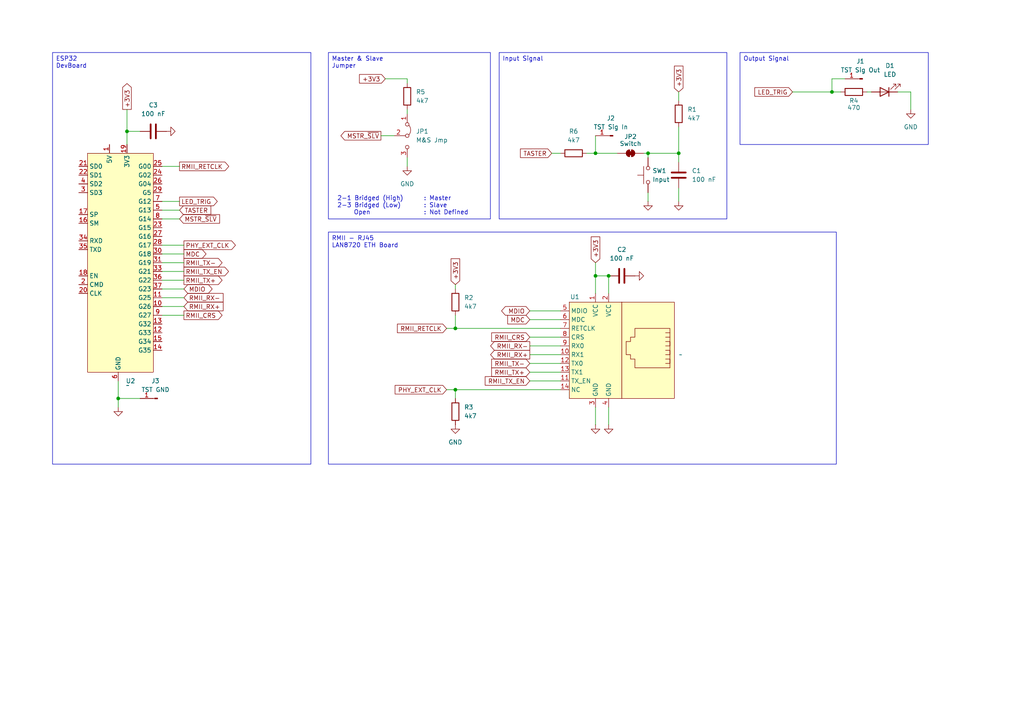
<source format=kicad_sch>
(kicad_sch (version 20250114) (generator "eeschema") (generator_version "9.0")
  (paper "A4")
  (title_block (title "ETH Latenz Messungen mittels ESP32") (date "2025-03-11") (rev "2") (comment 1 "Felix Schmidt") (comment 2 "Latenzanalyse in der Ethernetkommunikation") (comment 3 "Praxisprojekt"))
  (lib_symbols
    (symbol "Connector:Conn_01x01_Pin" (pin_names (offset 1.016) (hide yes))
      (property "Reference" "J" (at 0 2.54 0))
      (property "Value" "Conn_01x01_Pin" (at 0 -2.54 0))
      (symbol "Conn_01x01_Pin_1_1"
        (rectangle (start 0.8636 0.127) (end 0 -0.127) (stroke (width 0.1524)) (fill (type outline)))
        (polyline (pts (xy 1.27 0) (xy 0.8636 0)) (stroke (width 0.1524)))
        (pin passive line (at 5.08 0 180) (length 3.81) (name "Pin_1") (number "1"))
      )
    )
    (symbol "Device:C" (pin_numbers (hide yes)) (pin_names (offset 0.254))
      (property "Reference" "C" (at 0.635 2.54 0))
      (property "Value" "C" (at 0.635 -2.54 0))
      (symbol "C_0_1"
        (polyline (pts (xy -2.032 0.762) (xy 2.032 0.762)) (stroke (width 0.508)))
        (polyline (pts (xy -2.032 -0.762) (xy 2.032 -0.762)) (stroke (width 0.508)))
      )
      (symbol "C_1_1"
        (pin passive line (at 0 3.81 270) (length 2.794) (name "~") (number "1"))
        (pin passive line (at 0 -3.81 90) (length 2.794) (name "~") (number "2"))
      )
    )
    (symbol "Device:LED" (pin_numbers (hide yes)) (pin_names (offset 1.016) (hide yes))
      (property "Reference" "D" (at 0 2.54 0))
      (property "Value" "LED" (at 0 -2.54 0))
      (symbol "LED_0_1"
        (polyline (pts (xy -3.048 -0.762) (xy -4.572 -2.286) (xy -3.81 -2.286) (xy -4.572 -2.286) (xy -4.572 -1.524)))
        (polyline (pts (xy -1.778 -0.762) (xy -3.302 -2.286) (xy -2.54 -2.286) (xy -3.302 -2.286) (xy -3.302 -1.524)))
        (polyline (pts (xy -1.27 0) (xy 1.27 0)))
        (polyline (pts (xy -1.27 -1.27) (xy -1.27 1.27)) (stroke (width 0.254)))
        (polyline (pts (xy 1.27 -1.27) (xy 1.27 1.27) (xy -1.27 0) (xy 1.27 -1.27)) (stroke (width 0.254)))
      )
      (symbol "LED_1_1"
        (pin passive line (at -3.81 0 0) (length 2.54) (name "K") (number "1"))
        (pin passive line (at 3.81 0 180) (length 2.54) (name "A") (number "2"))
      )
    )
    (symbol "Device:R" (pin_numbers (hide yes)) (pin_names (offset 0))
      (property "Reference" "R" (at 2.032 0 90))
      (property "Value" "R" (at 0 0 90))
      (symbol "R_0_1"
        (rectangle (start -1.016 -2.54) (end 1.016 2.54) (stroke (width 0.254)))
      )
      (symbol "R_1_1"
        (pin passive line (at 0 3.81 270) (length 1.27) (name "~") (number "1"))
        (pin passive line (at 0 -3.81 90) (length 1.27) (name "~") (number "2"))
      )
    )
    (symbol "Jumper:Jumper_3_Bridged12" (pin_names (offset 0) (hide yes)) (exclude_from_sim yes) (in_bom no)
      (property "Reference" "JP" (at -2.54 -2.54 0))
      (property "Value" "Jumper_3_Bridged12" (at 0 2.794 0))
      (symbol "Jumper_3_Bridged12_0_0"
        (circle (center -3.302 0) (radius 0.508))
        (circle (center 0 0) (radius 0.508))
        (circle (center 3.302 0) (radius 0.508))
      )
      (symbol "Jumper_3_Bridged12_0_1"
        (arc (start -3.048 0.508) (mid -1.651 0.9912) (end -0.254 0.508))
        (polyline (pts (xy 0 -1.27) (xy 0 -0.508)))
      )
      (symbol "Jumper_3_Bridged12_1_1"
        (pin passive line (at -6.35 0 0) (length 2.54) (name "A") (number "1"))
        (pin passive line (at 0 -3.81 90) (length 2.54) (name "C") (number "2"))
        (pin passive line (at 6.35 0 180) (length 2.54) (name "B") (number "3"))
      )
    )
    (symbol "Jumper:SolderJumper_2_Bridged" (pin_numbers (hide yes)) (pin_names (offset 0) (hide yes)) (exclude_from_sim yes) (in_bom no)
      (property "Reference" "JP" (at 0 2.032 0))
      (property "Value" "SolderJumper_2_Bridged" (at 0 -2.54 0))
      (symbol "SolderJumper_2_Bridged_0_1"
        (rectangle (start -0.508 0.508) (end 0.508 -0.508) (fill (type outline)))
        (polyline (pts (xy -0.254 1.016) (xy -0.254 -1.016)))
        (arc (start -0.254 -1.016) (mid -1.2656 0) (end -0.254 1.016))
        (arc (start -0.254 -1.016) (mid -1.2656 0) (end -0.254 1.016) (fill (type outline)))
        (arc (start 0.254 1.016) (mid 1.2656 0) (end 0.254 -1.016))
        (arc (start 0.254 1.016) (mid 1.2656 0) (end 0.254 -1.016) (fill (type outline)))
        (polyline (pts (xy 0.254 1.016) (xy 0.254 -1.016)))
      )
      (symbol "SolderJumper_2_Bridged_1_1"
        (pin passive line (at -3.81 0 0) (length 2.54) (name "A") (number "1"))
        (pin passive line (at 3.81 0 180) (length 2.54) (name "B") (number "2"))
      )
    )
    (symbol "New_Library:ESP32-WROOM"
      (property "Reference" "U" (at 7.874 0 0))
      (symbol "ESP32-WROOM_1_1"
        (rectangle (start -8.89 -1.27) (end 10.16 -64.77) (fill (type background)))
        (pin bidirectional line (at -11.43 -5.08 0) (length 2.54) (name "SD0") (number "21"))
        (pin bidirectional line (at -11.43 -7.62 0) (length 2.54) (name "SD1") (number "22"))
        (pin bidirectional line (at -11.43 -10.16 0) (length 2.54) (name "SD2") (number "4"))
        (pin bidirectional line (at -11.43 -12.7 0) (length 2.54) (name "SD3") (number "3"))
        (pin bidirectional line (at -11.43 -19.05 0) (length 2.54) (name "SP") (number "17"))
        (pin bidirectional line (at -11.43 -21.59 0) (length 2.54) (name "SM") (number "16"))
        (pin input line (at -11.43 -26.67 0) (length 2.54) (name "RXD") (number "34"))
        (pin output line (at -11.43 -29.21 0) (length 2.54) (name "TXD") (number "35"))
        (pin bidirectional line (at -11.43 -36.83 0) (length 2.54) (name "EN") (number "18"))
        (pin bidirectional line (at -11.43 -39.37 0) (length 2.54) (name "CMD") (number "2"))
        (pin input line (at -11.43 -41.91 0) (length 2.54) (name "CLK") (number "20"))
        (pin power_in line (at -2.54 1.27 270) (length 2.54) (name "5V") (number "1"))
        (pin bidirectional line (at 0 -67.31 90) (length 2.54) (name "GND") (number "6"))
        (pin power_out line (at 2.54 1.27 270) (length 2.54) (name "3V3") (number "19"))
        (pin bidirectional line (at 12.7 -5.08 180) (length 2.54) (name "G00") (number "25"))
        (pin bidirectional line (at 12.7 -7.62 180) (length 2.54) (name "G02") (number "24"))
        (pin bidirectional line (at 12.7 -10.16 180) (length 2.54) (name "G04") (number "26"))
        (pin bidirectional line (at 12.7 -12.7 180) (length 2.54) (name "G5") (number "29"))
        (pin bidirectional line (at 12.7 -15.24 180) (length 2.54) (name "G12") (number "7"))
        (pin bidirectional line (at 12.7 -17.78 180) (length 2.54) (name "G13") (number "5"))
        (pin bidirectional line (at 12.7 -20.32 180) (length 2.54) (name "G14") (number "8"))
        (pin bidirectional line (at 12.7 -22.86 180) (length 2.54) (name "G15") (number "23"))
        (pin bidirectional line (at 12.7 -25.4 180) (length 2.54) (name "G16") (number "27"))
        (pin bidirectional line (at 12.7 -27.94 180) (length 2.54) (name "G17") (number "28"))
        (pin bidirectional line (at 12.7 -30.48 180) (length 2.54) (name "G18") (number "30"))
        (pin bidirectional line (at 12.7 -33.02 180) (length 2.54) (name "G19") (number "31"))
        (pin bidirectional line (at 12.7 -35.56 180) (length 2.54) (name "G21") (number "33"))
        (pin bidirectional line (at 12.7 -38.1 180) (length 2.54) (name "G22") (number "36"))
        (pin bidirectional line (at 12.7 -40.64 180) (length 2.54) (name "G23") (number "37"))
        (pin bidirectional line (at 12.7 -43.18 180) (length 2.54) (name "G25") (number "11"))
        (pin bidirectional line (at 12.7 -45.72 180) (length 2.54) (name "G26") (number "10"))
        (pin bidirectional line (at 12.7 -48.26 180) (length 2.54) (name "G27") (number "9"))
        (pin bidirectional line (at 12.7 -50.8 180) (length 2.54) (name "G32") (number "13"))
        (pin bidirectional line (at 12.7 -53.34 180) (length 2.54) (name "G33") (number "12"))
        (pin bidirectional line (at 12.7 -55.88 180) (length 2.54) (name "G34") (number "15"))
        (pin bidirectional line (at 12.7 -58.42 180) (length 2.54) (name "G35") (number "14"))
        (pin bidirectional line (at 48.26 -33.02 180) (length 2.54) (hide yes) (name "GND") (number "32"))
        (pin bidirectional line (at 49.53 -41.91 180) (length 2.54) (hide yes) (name "GND") (number "38"))
      )
    )
    (symbol "New_Library:RMII-LAN"
      (property "Reference" "U1" (at 19.05 1.778 0))
      (property "Value" "~" (at 34.29 -15.24 0))
      (symbol "RMII-LAN_1_1"
        (rectangle (start 2.54 0) (end 17.78 -27.94) (fill (type background)))
        (rectangle (start 17.78 0) (end 33.02 -27.94) (fill (type background)))
        (polyline (pts (xy 19.05 -11.43) (xy 20.32 -11.43) (xy 20.32 -10.16) (xy 21.59 -10.16) (xy 21.59 -7.62) (xy 31.75 -7.62) (xy 31.75 -19.05)))
        (polyline (pts (xy 19.05 -13.97) (xy 19.05 -11.43) (xy 19.05 -15.24) (xy 20.32 -15.24) (xy 20.32 -16.51) (xy 21.59 -16.51) (xy 21.59 -19.05) (xy 31.75 -19.05)))
        (polyline (pts (xy 30.48 -11.43) (xy 31.75 -11.43) (xy 31.75 -12.7) (xy 30.48 -12.7)))
        (polyline (pts (xy 30.48 -13.97) (xy 31.75 -13.97) (xy 31.75 -15.24) (xy 30.48 -15.24)))
        (polyline (pts (xy 30.48 -16.51) (xy 31.75 -16.51) (xy 31.75 -17.78) (xy 30.48 -17.78)))
        (polyline (pts (xy 31.75 -8.89) (xy 30.48 -8.89)))
        (polyline (pts (xy 31.75 -10.16) (xy 30.48 -10.16)))
        (pin bidirectional line (at 0 -2.54 0) (length 2.54) (name "MDIO") (number "5"))
        (pin bidirectional line (at 0 -5.08 0) (length 2.54) (name "MDC") (number "6"))
        (pin bidirectional line (at 0 -7.62 0) (length 2.54) (name "RETCLK") (number "7"))
        (pin bidirectional line (at 0 -10.16 0) (length 2.54) (name "CRS") (number "8"))
        (pin output line (at 0 -12.7 0) (length 2.54) (name "RX0") (number "9"))
        (pin output line (at 0 -15.24 0) (length 2.54) (name "RX1") (number "10"))
        (pin input line (at 0 -17.78 0) (length 2.54) (name "TX0") (number "12"))
        (pin input line (at 0 -20.32 0) (length 2.54) (name "TX1") (number "13"))
        (pin input line (at 0 -22.86 0) (length 2.54) (name "TX_EN") (number "11"))
        (pin input line (at 0 -25.4 0) (length 2.54) (name "NC") (number "14"))
        (pin power_in line (at 10.16 2.54 270) (length 2.54) (name "VCC") (number "1"))
        (pin power_in line (at 10.16 -30.48 90) (length 2.54) (name "GND") (number "3"))
        (pin power_in line (at 13.97 2.54 270) (length 2.54) (name "VCC") (number "2"))
        (pin power_in line (at 13.97 -30.48 90) (length 2.54) (name "GND") (number "4"))
      )
    )
    (symbol "Switch:SW_Push" (pin_numbers (hide yes)) (pin_names (offset 1.016) (hide yes))
      (property "Reference" "SW" (at 1.27 2.54 0))
      (property "Value" "SW_Push" (at 0 -1.524 0))
      (symbol "SW_Push_0_1"
        (circle (center -2.032 0) (radius 0.508))
        (polyline (pts (xy 0 1.27) (xy 0 3.048)))
        (circle (center 2.032 0) (radius 0.508))
        (polyline (pts (xy 2.54 1.27) (xy -2.54 1.27)))
        (pin passive line (at -5.08 0 0) (length 2.54) (name "1") (number "1"))
        (pin passive line (at 5.08 0 180) (length 2.54) (name "2") (number "2"))
      )
    )
    (symbol "power:GND" (power) (pin_numbers (hide yes)) (pin_names (offset 0) (hide yes))
      (property "Value" "GND" (at 0 -3.81 0))
      (symbol "GND_0_1"
        (polyline (pts (xy 0 0) (xy 0 -1.27) (xy 1.27 -1.27) (xy 0 -2.54) (xy -1.27 -1.27) (xy 0 -1.27)))
      )
      (symbol "GND_1_1"
        (pin power_in line (at 0 0 270) (length 0) (name "~") (number "1"))
      )
    )
  )
  (text "2-1 Bridged (High)	: Master\n2-3 Bridged (Low) 	: Slave\n	Open			: Not Defined" (at 97.79 59.69 0) (effects (font (size 1.27 1.27)) (justify left)))
  (text_box "ESP32\nDevBoard\n" (at 15.24 15.24 0) (size 74.93 119.38) (margins 0.9525 0.9525 0.9525 0.9525) (effects (font (size 1.27 1.27)) (justify left top)))
  (text_box "Output Signal\n" (at 214.63 15.24 0) (size 54.61 26.67) (margins 0.9525 0.9525 0.9525 0.9525) (effects (font (size 1.27 1.27)) (justify left top)))
  (text_box "RMII - RJ45\nLAN8720 ETH Board" (at 95.25 67.31 0) (size 147.32 67.31) (margins 0.9525 0.9525 0.9525 0.9525) (effects (font (size 1.27 1.27)) (justify left top)))
  (text_box "Input Signal" (at 144.78 15.24 0) (size 66.04 48.26) (margins 0.9525 0.9525 0.9525 0.9525) (effects (font (size 1.27 1.27)) (justify left top)))
  (text_box "Master & Slave\nJumper" (at 95.25 15.24 0) (size 46.99 48.26) (margins 0.9525 0.9525 0.9525 0.9525) (effects (font (size 1.27 1.27)) (justify left top)))
  (junction (at 241.3 26.67))
  (junction (at 132.08 113.03))
  (junction (at 132.08 95.25))
  (junction (at 187.96 44.45))
  (junction (at 34.29 115.57))
  (junction (at 36.83 38.1))
  (junction (at 196.85 44.45))
  (junction (at 176.53 80.01))
  (junction (at 172.72 44.45))
  (junction (at 172.72 80.01))
  (wire (pts (xy 187.96 44.45) (xy 187.96 45.72)))
  (wire (pts (xy 187.96 44.45) (xy 196.85 44.45)))
  (wire (pts (xy 46.99 48.26) (xy 52.07 48.26)))
  (wire (pts (xy 153.67 100.33) (xy 162.56 100.33)))
  (wire (pts (xy 176.53 118.11) (xy 176.53 123.19)))
  (wire (pts (xy 34.29 110.49) (xy 34.29 115.57)))
  (wire (pts (xy 46.99 60.96) (xy 52.07 60.96)))
  (wire (pts (xy 46.99 63.5) (xy 52.07 63.5)))
  (wire (pts (xy 153.67 92.71) (xy 162.56 92.71)))
  (wire (pts (xy 129.54 95.25) (xy 132.08 95.25)))
  (wire (pts (xy 172.72 44.45) (xy 179.07 44.45)))
  (wire (pts (xy 34.29 115.57) (xy 34.29 118.11)))
  (wire (pts (xy 264.16 26.67) (xy 264.16 31.75)))
  (wire (pts (xy 172.72 80.01) (xy 176.53 80.01)))
  (wire (pts (xy 132.08 95.25) (xy 162.56 95.25)))
  (wire (pts (xy 129.54 113.03) (xy 132.08 113.03)))
  (wire (pts (xy 196.85 54.61) (xy 196.85 58.42)))
  (wire (pts (xy 132.08 113.03) (xy 132.08 115.57)))
  (wire (pts (xy 46.99 91.44) (xy 53.34 91.44)))
  (wire (pts (xy 46.99 86.36) (xy 53.34 86.36)))
  (wire (pts (xy 46.99 73.66) (xy 53.34 73.66)))
  (wire (pts (xy 46.99 71.12) (xy 53.34 71.12)))
  (wire (pts (xy 46.99 76.2) (xy 53.34 76.2)))
  (wire (pts (xy 172.72 39.37) (xy 172.72 44.45)))
  (wire (pts (xy 132.08 91.44) (xy 132.08 95.25)))
  (wire (pts (xy 110.49 39.37) (xy 114.3 39.37)))
  (wire (pts (xy 111.76 22.86) (xy 118.11 22.86)))
  (wire (pts (xy 118.11 31.75) (xy 118.11 33.02)))
  (wire (pts (xy 46.99 58.42) (xy 52.07 58.42)))
  (wire (pts (xy 186.69 44.45) (xy 187.96 44.45)))
  (wire (pts (xy 187.96 55.88) (xy 187.96 58.42)))
  (wire (pts (xy 153.67 102.87) (xy 162.56 102.87)))
  (wire (pts (xy 36.83 38.1) (xy 36.83 41.91)))
  (wire (pts (xy 172.72 80.01) (xy 172.72 85.09)))
  (wire (pts (xy 170.18 44.45) (xy 172.72 44.45)))
  (wire (pts (xy 241.3 22.86) (xy 241.3 26.67)))
  (wire (pts (xy 229.87 26.67) (xy 241.3 26.67)))
  (wire (pts (xy 241.3 26.67) (xy 243.84 26.67)))
  (wire (pts (xy 36.83 38.1) (xy 40.64 38.1)))
  (wire (pts (xy 153.67 90.17) (xy 162.56 90.17)))
  (wire (pts (xy 176.53 80.01) (xy 176.53 85.09)))
  (wire (pts (xy 260.35 26.67) (xy 264.16 26.67)))
  (wire (pts (xy 172.72 76.2) (xy 172.72 80.01)))
  (wire (pts (xy 196.85 44.45) (xy 196.85 46.99)))
  (wire (pts (xy 46.99 81.28) (xy 53.34 81.28)))
  (wire (pts (xy 172.72 118.11) (xy 172.72 123.19)))
  (wire (pts (xy 34.29 115.57) (xy 40.64 115.57)))
  (wire (pts (xy 118.11 22.86) (xy 118.11 24.13)))
  (wire (pts (xy 153.67 107.95) (xy 162.56 107.95)))
  (wire (pts (xy 46.99 88.9) (xy 53.34 88.9)))
  (wire (pts (xy 153.67 97.79) (xy 162.56 97.79)))
  (wire (pts (xy 46.99 83.82) (xy 53.34 83.82)))
  (wire (pts (xy 196.85 36.83) (xy 196.85 44.45)))
  (wire (pts (xy 196.85 26.67) (xy 196.85 29.21)))
  (wire (pts (xy 36.83 31.75) (xy 36.83 38.1)))
  (wire (pts (xy 132.08 82.55) (xy 132.08 83.82)))
  (wire (pts (xy 162.56 44.45) (xy 160.02 44.45)))
  (wire (pts (xy 153.67 110.49) (xy 162.56 110.49)))
  (wire (pts (xy 118.11 45.72) (xy 118.11 48.26)))
  (wire (pts (xy 46.99 78.74) (xy 53.34 78.74)))
  (wire (pts (xy 132.08 113.03) (xy 162.56 113.03)))
  (wire (pts (xy 241.3 22.86) (xy 245.11 22.86)))
  (wire (pts (xy 251.46 26.67) (xy 252.73 26.67)))
  (wire (pts (xy 153.67 105.41) (xy 162.56 105.41)))
  (global_label "RMII_RX+" (shape output) (at 153.67 102.87 180) (property "Intersheetrefs" "${INTERSHEET_REFS}" (effects (hide yes))))
  (global_label "RMII_RETCLK" (shape output) (at 52.07 48.26 0) (property "Intersheetrefs" "${INTERSHEET_REFS}" (effects (hide yes))))
  (global_label "RMII_TX_EN" (shape output) (at 53.34 78.74 0) (property "Intersheetrefs" "${INTERSHEET_REFS}" (effects (hide yes))))
  (global_label "+3V3" (shape input) (at 196.85 26.67 90) (property "Intersheetrefs" "${INTERSHEET_REFS}" (effects (hide yes))))
  (global_label "RMII_CRS" (shape output) (at 53.34 91.44 0) (property "Intersheetrefs" "${INTERSHEET_REFS}" (effects (hide yes))))
  (global_label "RMII_CRS" (shape input) (at 153.67 97.79 180) (property "Intersheetrefs" "${INTERSHEET_REFS}" (effects (hide yes))))
  (global_label "MDIO" (shape bidirectional) (at 53.34 83.82 0) (property "Intersheetrefs" "${INTERSHEET_REFS}" (effects (hide yes))))
  (global_label "MSTR_~{SLV}" (shape input) (at 52.07 63.5 0) (property "Intersheetrefs" "${INTERSHEET_REFS}" (effects (hide yes))))
  (global_label "LED_TRIG" (shape input) (at 229.87 26.67 180) (property "Intersheetrefs" "${INTERSHEET_REFS}" (effects (hide yes))))
  (global_label "RMII_TX-" (shape output) (at 53.34 76.2 0) (property "Intersheetrefs" "${INTERSHEET_REFS}" (effects (hide yes))))
  (global_label "MDC" (shape output) (at 53.34 73.66 0) (property "Intersheetrefs" "${INTERSHEET_REFS}" (effects (hide yes))))
  (global_label "RMII_RX-" (shape input) (at 53.34 86.36 0) (property "Intersheetrefs" "${INTERSHEET_REFS}" (effects (hide yes))))
  (global_label "RMII_RX-" (shape output) (at 153.67 100.33 180) (property "Intersheetrefs" "${INTERSHEET_REFS}" (effects (hide yes))))
  (global_label "RMII_RETCLK" (shape input) (at 129.54 95.25 180) (property "Intersheetrefs" "${INTERSHEET_REFS}" (effects (hide yes))))
  (global_label "RMII_TX+" (shape input) (at 153.67 107.95 180) (property "Intersheetrefs" "${INTERSHEET_REFS}" (effects (hide yes))))
  (global_label "TASTER" (shape input) (at 52.07 60.96 0) (property "Intersheetrefs" "${INTERSHEET_REFS}" (effects (hide yes))))
  (global_label "+3V3" (shape input) (at 172.72 76.2 90) (property "Intersheetrefs" "${INTERSHEET_REFS}" (effects (hide yes))))
  (global_label "MDIO" (shape bidirectional) (at 153.67 90.17 180) (property "Intersheetrefs" "${INTERSHEET_REFS}" (effects (hide yes))))
  (global_label "LED_TRIG" (shape output) (at 52.07 58.42 0) (property "Intersheetrefs" "${INTERSHEET_REFS}" (effects (hide yes))))
  (global_label "MSTR_~{SLV}" (shape output) (at 110.49 39.37 180) (property "Intersheetrefs" "${INTERSHEET_REFS}" (effects (hide yes))))
  (global_label "RMII_RX+" (shape input) (at 53.34 88.9 0) (property "Intersheetrefs" "${INTERSHEET_REFS}" (effects (hide yes))))
  (global_label "+3V3" (shape input) (at 111.76 22.86 180) (property "Intersheetrefs" "${INTERSHEET_REFS}" (effects (hide yes))))
  (global_label "MDC" (shape input) (at 153.67 92.71 180) (property "Intersheetrefs" "${INTERSHEET_REFS}" (effects (hide yes))))
  (global_label "+3V3" (shape input) (at 132.08 82.55 90) (property "Intersheetrefs" "${INTERSHEET_REFS}" (effects (hide yes))))
  (global_label "RMII_TX_EN" (shape input) (at 153.67 110.49 180) (property "Intersheetrefs" "${INTERSHEET_REFS}" (effects (hide yes))))
  (global_label "TASTER" (shape input) (at 160.02 44.45 180) (property "Intersheetrefs" "${INTERSHEET_REFS}" (effects (hide yes))))
  (global_label "PHY_EXT_CLK" (shape output) (at 53.34 71.12 0) (property "Intersheetrefs" "${INTERSHEET_REFS}" (effects (hide yes))))
  (global_label "RMII_TX+" (shape output) (at 53.34 81.28 0) (property "Intersheetrefs" "${INTERSHEET_REFS}" (effects (hide yes))))
  (global_label "PHY_EXT_CLK" (shape input) (at 129.54 113.03 180) (property "Intersheetrefs" "${INTERSHEET_REFS}" (effects (hide yes))))
  (global_label "+3V3" (shape output) (at 36.83 31.75 90) (property "Intersheetrefs" "${INTERSHEET_REFS}" (effects (hide yes))))
  (global_label "RMII_TX-" (shape input) (at 153.67 105.41 180) (property "Intersheetrefs" "${INTERSHEET_REFS}" (effects (hide yes))))
  (symbol (lib_id "power:GND") (at 176.53 123.19 0) (unit 1)
    (property "Reference" "#PWR08" (effects (hide yes)))
    (property "Value" "GND" (effects (hide yes)))
    (property "Description" "Power symbol creates a global label with name \"GND\" , ground" (effects (hide yes)))
  )
  (symbol (lib_id "Connector:Conn_01x01_Pin") (at 177.8 39.37 180) (unit 1)
    (property "Reference" "J2" (at 177.165 34.29 0))
    (property "Value" "TST Sig In" (at 177.165 36.83 0))
    (property "Footprint" "Connector_PinHeader_2.54mm:PinHeader_1x01_P2.54mm_Vertical" (effects (hide yes)))
    (property "Description" "Generic connector, single row, 01x01, script generated" (effects (hide yes)))
  )
  (symbol (lib_id "Connector:Conn_01x01_Pin") (at 45.72 115.57 180) (unit 1)
    (property "Reference" "J3" (at 45.085 110.49 0))
    (property "Value" "TST GND" (at 45.085 113.03 0))
    (property "Footprint" "Connector_PinHeader_2.54mm:PinHeader_1x01_P2.54mm_Vertical" (effects (hide yes)))
    (property "Description" "Generic connector, single row, 01x01, script generated" (effects (hide yes)))
  )
  (symbol (lib_id "Device:C") (at 44.45 38.1 90) (unit 1)
    (property "Reference" "C3" (at 44.45 30.48 90))
    (property "Value" "100 nF" (at 44.45 33.02 90))
    (property "Footprint" "Capacitor_SMD:C_0603_1608Metric" (effects (hide yes)))
    (property "Description" "Unpolarized capacitor" (effects (hide yes)))
  )
  (symbol (lib_id "power:GND") (at 118.11 48.26 0) (unit 1)
    (property "Reference" "#PWR01" (effects (hide yes)))
    (property "Value" "GND" (at 118.11 53.34 0))
    (property "Description" "Power symbol creates a global label with name \"GND\" , ground" (effects (hide yes)))
  )
  (symbol (lib_id "power:GND") (at 172.72 123.19 0) (unit 1)
    (property "Reference" "#PWR06" (effects (hide yes)))
    (property "Value" "GND" (effects (hide yes)))
    (property "Description" "Power symbol creates a global label with name \"GND\" , ground" (effects (hide yes)))
  )
  (symbol (lib_id "Connector:Conn_01x01_Pin") (at 250.19 22.86 180) (unit 1)
    (property "Reference" "J1" (at 249.555 17.78 0))
    (property "Value" "TST Sig Out" (at 249.555 20.32 0))
    (property "Footprint" "Connector_PinHeader_2.54mm:PinHeader_1x01_P2.54mm_Vertical" (effects (hide yes)))
    (property "Description" "Generic connector, single row, 01x01, script generated" (effects (hide yes)))
  )
  (symbol (lib_id "Device:R") (at 132.08 87.63 180) (unit 1)
    (property "Reference" "R2" (at 134.62 86.3599 0) (effects (justify right)))
    (property "Value" "4k7" (at 134.62 88.8999 0) (effects (justify right)))
    (property "Footprint" "Resistor_SMD:R_0603_1608Metric" (effects (hide yes)))
    (property "Description" "Resistor" (effects (hide yes)))
  )
  (symbol (lib_id "Device:R") (at 196.85 33.02 0) (unit 1)
    (property "Reference" "R1" (at 199.39 31.7499 0) (effects (justify left)))
    (property "Value" "4k7" (at 199.39 34.2899 0) (effects (justify left)))
    (property "Footprint" "Resistor_SMD:R_0603_1608Metric" (effects (hide yes)))
    (property "Description" "Resistor" (effects (hide yes)))
  )
  (symbol (lib_id "Device:R") (at 247.65 26.67 270) (unit 1)
    (property "Reference" "R4" (at 247.65 29.21 90))
    (property "Value" "470" (at 247.65 31.242 90))
    (property "Footprint" "Resistor_SMD:R_0603_1608Metric" (effects (hide yes)))
    (property "Description" "Resistor" (effects (hide yes)))
  )
  (symbol (lib_id "Device:R") (at 132.08 119.38 180) (unit 1)
    (property "Reference" "R3" (at 134.62 118.1099 0) (effects (justify right)))
    (property "Value" "4k7" (at 134.62 120.6499 0) (effects (justify right)))
    (property "Footprint" "Resistor_SMD:R_0603_1608Metric" (effects (hide yes)))
    (property "Description" "Resistor" (effects (hide yes)))
  )
  (symbol (lib_id "power:GND") (at 187.96 58.42 0) (unit 1)
    (property "Reference" "#PWR02" (effects (hide yes)))
    (property "Value" "GND" (effects (hide yes)))
    (property "Description" "Power symbol creates a global label with name \"GND\" , ground" (effects (hide yes)))
  )
  (symbol (lib_id "Device:R") (at 118.11 27.94 0) (unit 1)
    (property "Reference" "R5" (at 120.65 26.6699 0) (effects (justify left)))
    (property "Value" "4k7" (at 120.65 29.2099 0) (effects (justify left)))
    (property "Footprint" "Resistor_SMD:R_0603_1608Metric" (effects (hide yes)))
    (property "Description" "Resistor" (effects (hide yes)))
  )
  (symbol (lib_id "Jumper:SolderJumper_2_Bridged") (at 182.88 44.45 0) (unit 1) (exclude_from_sim yes) (in_bom no)
    (property "Reference" "JP2" (at 182.88 39.624 0))
    (property "Value" "Switch" (at 182.88 41.656 0))
    (property "Footprint" "Jumper:SolderJumper-2_P1.3mm_Open_RoundedPad1.0x1.5mm" (effects (hide yes)))
    (property "Description" "Solder Jumper, 2-pole, closed/bridged" (effects (hide yes)))
  )
  (symbol (lib_id "power:GND") (at 184.15 80.01 90) (unit 1)
    (property "Reference" "#PWR09" (effects (hide yes)))
    (property "Value" "GND" (effects (hide yes)))
    (property "Description" "Power symbol creates a global label with name \"GND\" , ground" (effects (hide yes)))
  )
  (symbol (lib_id "power:GND") (at 48.26 38.1 90) (unit 1)
    (property "Reference" "#PWR010" (effects (hide yes)))
    (property "Value" "GND" (effects (hide yes)))
    (property "Description" "Power symbol creates a global label with name \"GND\" , ground" (effects (hide yes)))
  )
  (symbol (lib_id "Jumper:Jumper_3_Bridged12") (at 118.11 39.37 270) (unit 1) (exclude_from_sim yes) (in_bom no)
    (property "Reference" "JP1" (at 120.65 38.0999 90) (effects (justify left)))
    (property "Value" "M&S Jmp" (at 120.65 40.6399 90) (effects (justify left)))
    (property "Footprint" "Connector_PinHeader_2.54mm:PinHeader_1x03_P2.54mm_Vertical" (effects (hide yes)))
    (property "Description" "Jumper, 3-pole, pins 1+2 closed/bridged" (effects (hide yes)))
  )
  (symbol (lib_id "Device:C") (at 180.34 80.01 90) (unit 1)
    (property "Reference" "C2" (at 180.34 72.39 90))
    (property "Value" "100 nF" (at 180.34 74.93 90))
    (property "Footprint" "Capacitor_SMD:C_0603_1608Metric" (effects (hide yes)))
    (property "Description" "Unpolarized capacitor" (effects (hide yes)))
  )
  (symbol (lib_id "power:GND") (at 34.29 118.11 0) (unit 1)
    (property "Reference" "#PWR05" (effects (hide yes)))
    (property "Value" "GND" (effects (hide yes)))
    (property "Description" "Power symbol creates a global label with name \"GND\" , ground" (effects (hide yes)))
  )
  (symbol (lib_id "Device:C") (at 196.85 50.8 180) (unit 1)
    (property "Reference" "C1" (at 200.66 49.5299 0) (effects (justify right)))
    (property "Value" "100 nF" (at 200.66 52.0699 0) (effects (justify right)))
    (property "Footprint" "Capacitor_SMD:C_0603_1608Metric" (effects (hide yes)))
    (property "Description" "Unpolarized capacitor" (effects (hide yes)))
  )
  (symbol (lib_id "power:GND") (at 132.08 123.19 0) (unit 1)
    (property "Reference" "#PWR07" (effects (hide yes)))
    (property "Value" "GND" (at 132.08 128.27 0))
    (property "Description" "Power symbol creates a global label with name \"GND\" , ground" (effects (hide yes)))
  )
  (symbol (lib_id "power:GND") (at 196.85 58.42 0) (unit 1)
    (property "Reference" "#PWR03" (effects (hide yes)))
    (property "Value" "GND" (effects (hide yes)))
    (property "Description" "Power symbol creates a global label with name \"GND\" , ground" (effects (hide yes)))
  )
  (symbol (lib_id "New_Library:RMII-LAN") (at 162.56 87.63 0) (unit 1)
    (property "Reference" "U1" (at 165.354 86.106 0) (effects (justify left)))
    (property "Value" "~" (at 196.85 102.87 0) (effects (justify left)))
    (property "Footprint" "Library:LAN8720 DevBoard" (effects (hide yes)))
  )
  (symbol (lib_id "Device:LED") (at 256.54 26.67 180) (unit 1)
    (property "Reference" "D1" (at 258.1275 19.05 0))
    (property "Value" "LED" (at 258.1275 21.59 0))
    (property "Footprint" "LED_THT:LED_D5.0mm" (effects (hide yes)))
    (property "Description" "Light emitting diode" (effects (hide yes)))
  )
  (symbol (lib_id "power:GND") (at 264.16 31.75 0) (unit 1)
    (property "Reference" "#PWR04" (effects (hide yes)))
    (property "Value" "GND" (at 264.16 36.83 0))
    (property "Description" "Power symbol creates a global label with name \"GND\" , ground" (effects (hide yes)))
  )
  (symbol (lib_id "Device:R") (at 166.37 44.45 90) (unit 1)
    (property "Reference" "R6" (at 166.37 38.1 90))
    (property "Value" "4k7" (at 166.37 40.64 90))
    (property "Footprint" "Resistor_SMD:R_0603_1608Metric" (effects (hide yes)))
    (property "Description" "Resistor" (effects (hide yes)))
  )
  (symbol (lib_id "New_Library:ESP32-WROOM") (at 34.29 43.18 0) (unit 1)
    (property "Reference" "U2" (at 36.4841 110.49 0) (effects (justify left)))
    (property "Value" "~" (at 36.4841 111.76 0) (effects (justify left)))
    (property "Footprint" "Library:ESP32-WROOM" (effects (hide yes)))
  )
  (symbol (lib_id "Switch:SW_Push") (at 187.96 50.8 90) (unit 1)
    (property "Reference" "SW1" (at 189.23 49.5299 90) (effects (justify right)))
    (property "Value" "Input" (at 189.23 52.0699 90) (effects (justify right)))
    (property "Footprint" "Button_Switch_THT:SW_PUSH_6mm" (effects (hide yes)))
    (property "Description" "Push button switch, generic, two pins" (effects (hide yes)))
  )
)
</source>
